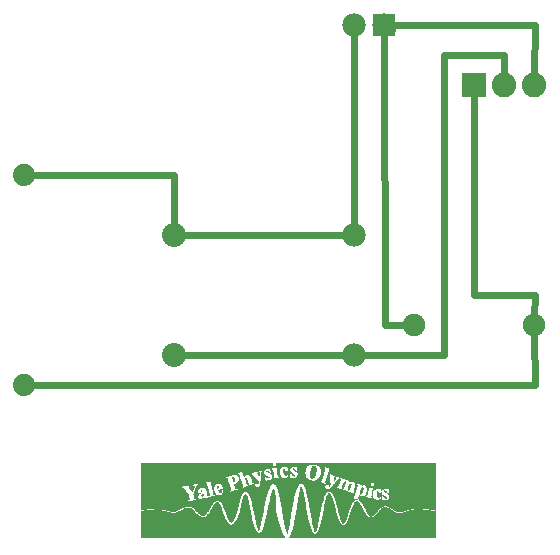
<source format=gtl>
G04 MADE WITH FRITZING*
G04 WWW.FRITZING.ORG*
G04 DOUBLE SIDED*
G04 HOLES PLATED*
G04 CONTOUR ON CENTER OF CONTOUR VECTOR*
%ASAXBY*%
%FSLAX23Y23*%
%MOIN*%
%OFA0B0*%
%SFA1.0B1.0*%
%ADD10C,0.078000*%
%ADD11C,0.074000*%
%ADD12C,0.080000*%
%ADD13C,0.075000*%
%ADD14C,0.082000*%
%ADD15R,0.078000X0.078000*%
%ADD16R,0.082000X0.082000*%
%ADD17C,0.024000*%
%LNCOPPER1*%
G90*
G70*
G54D10*
X1292Y1897D03*
X1192Y1897D03*
G54D11*
X92Y697D03*
X92Y1397D03*
X92Y697D03*
X92Y1397D03*
G54D12*
X592Y1197D03*
X592Y797D03*
G54D10*
X1192Y797D03*
X1192Y1197D03*
X1192Y797D03*
X1192Y1197D03*
G54D13*
X1392Y897D03*
X1792Y897D03*
G54D14*
X1592Y1697D03*
X1692Y1697D03*
X1792Y1697D03*
G54D15*
X1292Y1897D03*
G54D16*
X1592Y1697D03*
G54D17*
X1192Y1867D02*
X1192Y1795D01*
D02*
X1192Y1795D02*
X1192Y1228D01*
D02*
X1161Y1197D02*
X623Y1197D01*
D02*
X592Y1228D02*
X592Y1396D01*
D02*
X592Y1396D02*
X123Y1397D01*
D02*
X1161Y797D02*
X623Y797D01*
D02*
X1293Y897D02*
X1363Y897D01*
D02*
X1292Y1867D02*
X1293Y897D01*
D02*
X1591Y997D02*
X1592Y1665D01*
D02*
X1793Y997D02*
X1591Y997D01*
D02*
X1792Y926D02*
X1793Y997D01*
D02*
X1692Y1795D02*
X1491Y1795D01*
D02*
X1491Y796D02*
X1223Y797D01*
D02*
X1692Y1729D02*
X1692Y1795D01*
D02*
X1491Y1795D02*
X1491Y796D01*
D02*
X1293Y1896D02*
X1491Y1896D01*
D02*
X1793Y1896D02*
X1792Y1729D01*
D02*
X1317Y1880D02*
X1293Y1896D01*
D02*
X1491Y1896D02*
X1793Y1896D01*
D02*
X123Y697D02*
X1793Y695D01*
D02*
X1793Y695D02*
X1792Y868D01*
G36*
X1054Y427D02*
X1054Y425D01*
X1052Y425D01*
X1052Y424D01*
X1051Y424D01*
X1051Y422D01*
X1049Y422D01*
X1049Y419D01*
X1047Y419D01*
X1047Y416D01*
X1046Y416D01*
X1046Y411D01*
X1044Y411D01*
X1044Y407D01*
X1043Y407D01*
X1043Y388D01*
X1044Y388D01*
X1044Y387D01*
X1046Y387D01*
X1046Y385D01*
X1047Y385D01*
X1047Y384D01*
X1055Y384D01*
X1055Y385D01*
X1058Y385D01*
X1058Y388D01*
X1060Y388D01*
X1060Y390D01*
X1061Y390D01*
X1061Y394D01*
X1063Y394D01*
X1063Y399D01*
X1064Y399D01*
X1064Y405D01*
X1066Y405D01*
X1066Y421D01*
X1064Y421D01*
X1064Y424D01*
X1063Y424D01*
X1063Y425D01*
X1060Y425D01*
X1060Y427D01*
X1054Y427D01*
G37*
D02*
G36*
X784Y391D02*
X784Y390D01*
X783Y390D01*
X783Y387D01*
X784Y387D01*
X784Y382D01*
X786Y382D01*
X786Y377D01*
X787Y377D01*
X787Y373D01*
X789Y373D01*
X789Y371D01*
X790Y371D01*
X790Y373D01*
X792Y373D01*
X792Y374D01*
X793Y374D01*
X793Y376D01*
X795Y376D01*
X795Y382D01*
X793Y382D01*
X793Y385D01*
X792Y385D01*
X792Y388D01*
X790Y388D01*
X790Y390D01*
X787Y390D01*
X787Y391D01*
X784Y391D01*
G37*
D02*
G36*
X829Y388D02*
X829Y387D01*
X827Y387D01*
X827Y384D01*
X826Y384D01*
X826Y382D01*
X827Y382D01*
X827Y379D01*
X829Y379D01*
X829Y374D01*
X830Y374D01*
X830Y370D01*
X832Y370D01*
X832Y367D01*
X833Y367D01*
X833Y364D01*
X836Y364D01*
X836Y362D01*
X838Y362D01*
X838Y364D01*
X840Y364D01*
X840Y371D01*
X838Y371D01*
X838Y374D01*
X836Y374D01*
X836Y379D01*
X835Y379D01*
X835Y384D01*
X833Y384D01*
X833Y387D01*
X832Y387D01*
X832Y388D01*
X829Y388D01*
G37*
D02*
G36*
X735Y361D02*
X735Y351D01*
X736Y351D01*
X736Y353D01*
X741Y353D01*
X741Y354D01*
X739Y354D01*
X739Y359D01*
X738Y359D01*
X738Y361D01*
X735Y361D01*
G37*
D02*
G36*
X1014Y357D02*
X1014Y356D01*
X1012Y356D01*
X1012Y351D01*
X1010Y351D01*
X1010Y345D01*
X1009Y345D01*
X1009Y339D01*
X1007Y339D01*
X1007Y333D01*
X1006Y333D01*
X1006Y324D01*
X1004Y324D01*
X1004Y313D01*
X1003Y313D01*
X1003Y302D01*
X1001Y302D01*
X1001Y291D01*
X1000Y291D01*
X1000Y280D01*
X998Y280D01*
X998Y271D01*
X997Y271D01*
X997Y262D01*
X995Y262D01*
X995Y253D01*
X994Y253D01*
X994Y247D01*
X992Y247D01*
X992Y239D01*
X990Y239D01*
X990Y233D01*
X989Y233D01*
X989Y225D01*
X987Y225D01*
X987Y220D01*
X986Y220D01*
X986Y214D01*
X984Y214D01*
X984Y210D01*
X983Y210D01*
X983Y205D01*
X981Y205D01*
X981Y202D01*
X980Y202D01*
X980Y200D01*
X1058Y200D01*
X1058Y202D01*
X1055Y202D01*
X1055Y203D01*
X1054Y203D01*
X1054Y206D01*
X1052Y206D01*
X1052Y210D01*
X1051Y210D01*
X1051Y213D01*
X1049Y213D01*
X1049Y216D01*
X1047Y216D01*
X1047Y220D01*
X1046Y220D01*
X1046Y225D01*
X1044Y225D01*
X1044Y230D01*
X1043Y230D01*
X1043Y236D01*
X1041Y236D01*
X1041Y242D01*
X1040Y242D01*
X1040Y248D01*
X1038Y248D01*
X1038Y256D01*
X1037Y256D01*
X1037Y263D01*
X1035Y263D01*
X1035Y271D01*
X1034Y271D01*
X1034Y280D01*
X1032Y280D01*
X1032Y290D01*
X1031Y290D01*
X1031Y299D01*
X1029Y299D01*
X1029Y308D01*
X1027Y308D01*
X1027Y316D01*
X1026Y316D01*
X1026Y324D01*
X1024Y324D01*
X1024Y331D01*
X1023Y331D01*
X1023Y339D01*
X1021Y339D01*
X1021Y345D01*
X1020Y345D01*
X1020Y351D01*
X1018Y351D01*
X1018Y356D01*
X1017Y356D01*
X1017Y357D01*
X1014Y357D01*
G37*
D02*
G36*
X1106Y337D02*
X1106Y336D01*
X1104Y336D01*
X1104Y334D01*
X1103Y334D01*
X1103Y331D01*
X1101Y331D01*
X1101Y328D01*
X1100Y328D01*
X1100Y325D01*
X1098Y325D01*
X1098Y319D01*
X1097Y319D01*
X1097Y314D01*
X1095Y314D01*
X1095Y307D01*
X1094Y307D01*
X1094Y300D01*
X1092Y300D01*
X1092Y293D01*
X1091Y293D01*
X1091Y283D01*
X1089Y283D01*
X1089Y276D01*
X1088Y276D01*
X1088Y268D01*
X1086Y268D01*
X1086Y260D01*
X1084Y260D01*
X1084Y253D01*
X1083Y253D01*
X1083Y245D01*
X1081Y245D01*
X1081Y239D01*
X1080Y239D01*
X1080Y233D01*
X1078Y233D01*
X1078Y230D01*
X1152Y230D01*
X1152Y231D01*
X1149Y231D01*
X1149Y233D01*
X1148Y233D01*
X1148Y234D01*
X1146Y234D01*
X1146Y237D01*
X1145Y237D01*
X1145Y239D01*
X1143Y239D01*
X1143Y242D01*
X1141Y242D01*
X1141Y247D01*
X1140Y247D01*
X1140Y250D01*
X1138Y250D01*
X1138Y254D01*
X1137Y254D01*
X1137Y259D01*
X1135Y259D01*
X1135Y263D01*
X1134Y263D01*
X1134Y270D01*
X1132Y270D01*
X1132Y274D01*
X1131Y274D01*
X1131Y280D01*
X1129Y280D01*
X1129Y287D01*
X1128Y287D01*
X1128Y293D01*
X1126Y293D01*
X1126Y299D01*
X1124Y299D01*
X1124Y305D01*
X1123Y305D01*
X1123Y311D01*
X1121Y311D01*
X1121Y316D01*
X1120Y316D01*
X1120Y320D01*
X1118Y320D01*
X1118Y325D01*
X1117Y325D01*
X1117Y328D01*
X1115Y328D01*
X1115Y331D01*
X1114Y331D01*
X1114Y334D01*
X1112Y334D01*
X1112Y336D01*
X1109Y336D01*
X1109Y337D01*
X1106Y337D01*
G37*
D02*
G36*
X1197Y310D02*
X1197Y308D01*
X1194Y308D01*
X1194Y305D01*
X1192Y305D01*
X1192Y304D01*
X1191Y304D01*
X1191Y300D01*
X1189Y300D01*
X1189Y297D01*
X1188Y297D01*
X1188Y294D01*
X1186Y294D01*
X1186Y291D01*
X1185Y291D01*
X1185Y287D01*
X1183Y287D01*
X1183Y282D01*
X1181Y282D01*
X1181Y277D01*
X1180Y277D01*
X1180Y273D01*
X1178Y273D01*
X1178Y268D01*
X1177Y268D01*
X1177Y263D01*
X1175Y263D01*
X1175Y259D01*
X1174Y259D01*
X1174Y256D01*
X1242Y256D01*
X1242Y257D01*
X1238Y257D01*
X1238Y259D01*
X1237Y259D01*
X1237Y260D01*
X1235Y260D01*
X1235Y262D01*
X1234Y262D01*
X1234Y263D01*
X1232Y263D01*
X1232Y265D01*
X1231Y265D01*
X1231Y268D01*
X1229Y268D01*
X1229Y270D01*
X1228Y270D01*
X1228Y273D01*
X1226Y273D01*
X1226Y274D01*
X1225Y274D01*
X1225Y277D01*
X1223Y277D01*
X1223Y280D01*
X1222Y280D01*
X1222Y283D01*
X1220Y283D01*
X1220Y287D01*
X1218Y287D01*
X1218Y290D01*
X1217Y290D01*
X1217Y293D01*
X1215Y293D01*
X1215Y294D01*
X1214Y294D01*
X1214Y297D01*
X1212Y297D01*
X1212Y300D01*
X1211Y300D01*
X1211Y302D01*
X1209Y302D01*
X1209Y304D01*
X1208Y304D01*
X1208Y305D01*
X1206Y305D01*
X1206Y307D01*
X1205Y307D01*
X1205Y308D01*
X1203Y308D01*
X1203Y310D01*
X1197Y310D01*
G37*
D02*
G36*
X1288Y290D02*
X1288Y288D01*
X1286Y288D01*
X1286Y287D01*
X1283Y287D01*
X1283Y285D01*
X1282Y285D01*
X1282Y283D01*
X1280Y283D01*
X1280Y282D01*
X1279Y282D01*
X1279Y280D01*
X1277Y280D01*
X1277Y279D01*
X1275Y279D01*
X1275Y277D01*
X1274Y277D01*
X1274Y274D01*
X1272Y274D01*
X1272Y273D01*
X1271Y273D01*
X1271Y271D01*
X1332Y271D01*
X1332Y273D01*
X1328Y273D01*
X1328Y274D01*
X1325Y274D01*
X1325Y276D01*
X1322Y276D01*
X1322Y277D01*
X1320Y277D01*
X1320Y279D01*
X1317Y279D01*
X1317Y280D01*
X1315Y280D01*
X1315Y282D01*
X1312Y282D01*
X1312Y283D01*
X1311Y283D01*
X1311Y285D01*
X1308Y285D01*
X1308Y287D01*
X1305Y287D01*
X1305Y288D01*
X1302Y288D01*
X1302Y290D01*
X1288Y290D01*
G37*
D02*
G36*
X1374Y279D02*
X1374Y277D01*
X1369Y277D01*
X1369Y276D01*
X1365Y276D01*
X1365Y274D01*
X1360Y274D01*
X1360Y273D01*
X1354Y273D01*
X1354Y271D01*
X1463Y271D01*
X1463Y276D01*
X1456Y276D01*
X1456Y277D01*
X1446Y277D01*
X1446Y279D01*
X1374Y279D01*
G37*
D02*
G36*
X1269Y271D02*
X1269Y270D01*
X1463Y270D01*
X1463Y271D01*
X1269Y271D01*
G37*
D02*
G36*
X1269Y271D02*
X1269Y270D01*
X1463Y270D01*
X1463Y271D01*
X1269Y271D01*
G37*
D02*
G36*
X1268Y270D02*
X1268Y267D01*
X1266Y267D01*
X1266Y265D01*
X1265Y265D01*
X1265Y263D01*
X1263Y263D01*
X1263Y262D01*
X1262Y262D01*
X1262Y260D01*
X1260Y260D01*
X1260Y259D01*
X1257Y259D01*
X1257Y257D01*
X1254Y257D01*
X1254Y256D01*
X1463Y256D01*
X1463Y270D01*
X1268Y270D01*
G37*
D02*
G36*
X1174Y256D02*
X1174Y254D01*
X1463Y254D01*
X1463Y256D01*
X1174Y256D01*
G37*
D02*
G36*
X1174Y256D02*
X1174Y254D01*
X1463Y254D01*
X1463Y256D01*
X1174Y256D01*
G37*
D02*
G36*
X1172Y254D02*
X1172Y250D01*
X1171Y250D01*
X1171Y247D01*
X1169Y247D01*
X1169Y243D01*
X1168Y243D01*
X1168Y240D01*
X1166Y240D01*
X1166Y237D01*
X1165Y237D01*
X1165Y234D01*
X1163Y234D01*
X1163Y233D01*
X1161Y233D01*
X1161Y231D01*
X1158Y231D01*
X1158Y230D01*
X1463Y230D01*
X1463Y254D01*
X1172Y254D01*
G37*
D02*
G36*
X1078Y230D02*
X1078Y228D01*
X1463Y228D01*
X1463Y230D01*
X1078Y230D01*
G37*
D02*
G36*
X1078Y230D02*
X1078Y228D01*
X1463Y228D01*
X1463Y230D01*
X1078Y230D01*
G37*
D02*
G36*
X1077Y228D02*
X1077Y222D01*
X1075Y222D01*
X1075Y217D01*
X1074Y217D01*
X1074Y214D01*
X1072Y214D01*
X1072Y211D01*
X1071Y211D01*
X1071Y208D01*
X1069Y208D01*
X1069Y205D01*
X1067Y205D01*
X1067Y203D01*
X1066Y203D01*
X1066Y202D01*
X1063Y202D01*
X1063Y200D01*
X1463Y200D01*
X1463Y228D01*
X1077Y228D01*
G37*
D02*
G36*
X980Y200D02*
X980Y199D01*
X1463Y199D01*
X1463Y200D01*
X980Y200D01*
G37*
D02*
G36*
X980Y200D02*
X980Y199D01*
X1463Y199D01*
X1463Y200D01*
X980Y200D01*
G37*
D02*
G36*
X980Y199D02*
X980Y197D01*
X978Y197D01*
X978Y194D01*
X977Y194D01*
X977Y191D01*
X975Y191D01*
X975Y190D01*
X974Y190D01*
X974Y188D01*
X972Y188D01*
X972Y186D01*
X1463Y186D01*
X1463Y199D01*
X980Y199D01*
G37*
D02*
G36*
X1217Y356D02*
X1217Y354D01*
X1215Y354D01*
X1215Y353D01*
X1214Y353D01*
X1214Y348D01*
X1212Y348D01*
X1212Y342D01*
X1211Y342D01*
X1211Y337D01*
X1209Y337D01*
X1209Y336D01*
X1211Y336D01*
X1211Y333D01*
X1212Y333D01*
X1212Y331D01*
X1215Y331D01*
X1215Y333D01*
X1217Y333D01*
X1217Y334D01*
X1218Y334D01*
X1218Y337D01*
X1220Y337D01*
X1220Y342D01*
X1222Y342D01*
X1222Y348D01*
X1223Y348D01*
X1223Y354D01*
X1222Y354D01*
X1222Y356D01*
X1217Y356D01*
G37*
D02*
G36*
X685Y334D02*
X685Y333D01*
X684Y333D01*
X684Y330D01*
X682Y330D01*
X682Y327D01*
X684Y327D01*
X684Y324D01*
X687Y324D01*
X687Y325D01*
X689Y325D01*
X689Y333D01*
X687Y333D01*
X687Y334D01*
X685Y334D01*
G37*
D02*
G36*
X481Y438D02*
X481Y425D01*
X923Y425D01*
X923Y427D01*
X920Y427D01*
X920Y436D01*
X921Y436D01*
X921Y438D01*
X481Y438D01*
G37*
D02*
G36*
X929Y438D02*
X929Y436D01*
X930Y436D01*
X930Y431D01*
X1063Y431D01*
X1063Y430D01*
X1067Y430D01*
X1067Y428D01*
X1071Y428D01*
X1071Y427D01*
X1072Y427D01*
X1072Y425D01*
X1074Y425D01*
X1074Y424D01*
X1075Y424D01*
X1075Y422D01*
X1097Y422D01*
X1097Y421D01*
X1101Y421D01*
X1101Y419D01*
X1106Y419D01*
X1106Y417D01*
X1108Y417D01*
X1108Y411D01*
X1106Y411D01*
X1106Y407D01*
X1104Y407D01*
X1104Y401D01*
X1103Y401D01*
X1103Y399D01*
X1114Y399D01*
X1114Y397D01*
X1117Y397D01*
X1117Y396D01*
X1121Y396D01*
X1121Y394D01*
X1126Y394D01*
X1126Y393D01*
X1128Y393D01*
X1128Y391D01*
X1135Y391D01*
X1135Y390D01*
X1140Y390D01*
X1140Y388D01*
X1143Y388D01*
X1143Y387D01*
X1148Y387D01*
X1148Y385D01*
X1152Y385D01*
X1152Y384D01*
X1157Y384D01*
X1157Y382D01*
X1160Y382D01*
X1160Y381D01*
X1169Y381D01*
X1169Y379D01*
X1172Y379D01*
X1172Y377D01*
X1174Y377D01*
X1174Y376D01*
X1175Y376D01*
X1175Y374D01*
X1188Y374D01*
X1188Y373D01*
X1191Y373D01*
X1191Y371D01*
X1255Y371D01*
X1255Y370D01*
X1257Y370D01*
X1257Y361D01*
X1255Y361D01*
X1255Y359D01*
X1463Y359D01*
X1463Y438D01*
X929Y438D01*
G37*
D02*
G36*
X930Y431D02*
X930Y427D01*
X927Y427D01*
X927Y425D01*
X1037Y425D01*
X1037Y427D01*
X1040Y427D01*
X1040Y428D01*
X1041Y428D01*
X1041Y430D01*
X1044Y430D01*
X1044Y431D01*
X930Y431D01*
G37*
D02*
G36*
X481Y425D02*
X481Y424D01*
X1035Y424D01*
X1035Y425D01*
X481Y425D01*
G37*
D02*
G36*
X481Y425D02*
X481Y424D01*
X1035Y424D01*
X1035Y425D01*
X481Y425D01*
G37*
D02*
G36*
X481Y424D02*
X481Y421D01*
X933Y421D01*
X933Y410D01*
X935Y410D01*
X935Y397D01*
X937Y397D01*
X937Y391D01*
X938Y391D01*
X938Y390D01*
X940Y390D01*
X940Y387D01*
X953Y387D01*
X953Y388D01*
X950Y388D01*
X950Y390D01*
X949Y390D01*
X949Y391D01*
X947Y391D01*
X947Y393D01*
X946Y393D01*
X946Y396D01*
X944Y396D01*
X944Y399D01*
X943Y399D01*
X943Y411D01*
X944Y411D01*
X944Y416D01*
X946Y416D01*
X946Y417D01*
X947Y417D01*
X947Y421D01*
X950Y421D01*
X950Y422D01*
X953Y422D01*
X953Y424D01*
X481Y424D01*
G37*
D02*
G36*
X964Y424D02*
X964Y422D01*
X967Y422D01*
X967Y421D01*
X969Y421D01*
X969Y416D01*
X970Y416D01*
X970Y414D01*
X969Y414D01*
X969Y411D01*
X967Y411D01*
X967Y410D01*
X978Y410D01*
X978Y416D01*
X980Y416D01*
X980Y419D01*
X981Y419D01*
X981Y421D01*
X983Y421D01*
X983Y422D01*
X984Y422D01*
X984Y424D01*
X964Y424D01*
G37*
D02*
G36*
X995Y424D02*
X995Y422D01*
X998Y422D01*
X998Y424D01*
X995Y424D01*
G37*
D02*
G36*
X1001Y424D02*
X1001Y410D01*
X1029Y410D01*
X1029Y414D01*
X1031Y414D01*
X1031Y417D01*
X1032Y417D01*
X1032Y421D01*
X1034Y421D01*
X1034Y424D01*
X1001Y424D01*
G37*
D02*
G36*
X1077Y422D02*
X1077Y419D01*
X1078Y419D01*
X1078Y416D01*
X1080Y416D01*
X1080Y407D01*
X1081Y407D01*
X1081Y404D01*
X1080Y404D01*
X1080Y396D01*
X1078Y396D01*
X1078Y393D01*
X1077Y393D01*
X1077Y390D01*
X1075Y390D01*
X1075Y387D01*
X1074Y387D01*
X1074Y385D01*
X1072Y385D01*
X1072Y384D01*
X1071Y384D01*
X1071Y382D01*
X1067Y382D01*
X1067Y381D01*
X1064Y381D01*
X1064Y379D01*
X1060Y379D01*
X1060Y377D01*
X1083Y377D01*
X1083Y379D01*
X1084Y379D01*
X1084Y384D01*
X1086Y384D01*
X1086Y390D01*
X1088Y390D01*
X1088Y394D01*
X1089Y394D01*
X1089Y399D01*
X1091Y399D01*
X1091Y404D01*
X1092Y404D01*
X1092Y408D01*
X1094Y408D01*
X1094Y414D01*
X1095Y414D01*
X1095Y417D01*
X1094Y417D01*
X1094Y422D01*
X1077Y422D01*
G37*
D02*
G36*
X481Y421D02*
X481Y417D01*
X912Y417D01*
X912Y411D01*
X913Y411D01*
X913Y404D01*
X923Y404D01*
X923Y408D01*
X921Y408D01*
X921Y414D01*
X918Y414D01*
X918Y419D01*
X930Y419D01*
X930Y421D01*
X481Y421D01*
G37*
D02*
G36*
X957Y419D02*
X957Y417D01*
X955Y417D01*
X955Y410D01*
X963Y410D01*
X963Y411D01*
X961Y411D01*
X961Y413D01*
X960Y413D01*
X960Y417D01*
X958Y417D01*
X958Y419D01*
X957Y419D01*
G37*
D02*
G36*
X987Y419D02*
X987Y417D01*
X986Y417D01*
X986Y416D01*
X987Y416D01*
X987Y414D01*
X989Y414D01*
X989Y413D01*
X992Y413D01*
X992Y411D01*
X994Y411D01*
X994Y410D01*
X998Y410D01*
X998Y411D01*
X997Y411D01*
X997Y414D01*
X995Y414D01*
X995Y416D01*
X994Y416D01*
X994Y417D01*
X992Y417D01*
X992Y419D01*
X987Y419D01*
G37*
D02*
G36*
X481Y417D02*
X481Y411D01*
X884Y411D01*
X884Y408D01*
X883Y408D01*
X883Y407D01*
X881Y407D01*
X881Y394D01*
X880Y394D01*
X880Y391D01*
X897Y391D01*
X897Y390D01*
X898Y390D01*
X898Y388D01*
X900Y388D01*
X900Y387D01*
X903Y387D01*
X903Y385D01*
X910Y385D01*
X910Y387D01*
X912Y387D01*
X912Y388D01*
X910Y388D01*
X910Y390D01*
X909Y390D01*
X909Y391D01*
X904Y391D01*
X904Y393D01*
X901Y393D01*
X901Y394D01*
X898Y394D01*
X898Y396D01*
X895Y396D01*
X895Y397D01*
X893Y397D01*
X893Y399D01*
X892Y399D01*
X892Y402D01*
X890Y402D01*
X890Y408D01*
X892Y408D01*
X892Y411D01*
X893Y411D01*
X893Y413D01*
X895Y413D01*
X895Y414D01*
X898Y414D01*
X898Y416D01*
X907Y416D01*
X907Y417D01*
X481Y417D01*
G37*
D02*
G36*
X481Y411D02*
X481Y407D01*
X869Y407D01*
X869Y404D01*
X867Y404D01*
X867Y401D01*
X869Y401D01*
X869Y397D01*
X870Y397D01*
X870Y396D01*
X872Y396D01*
X872Y394D01*
X873Y394D01*
X873Y393D01*
X876Y393D01*
X876Y405D01*
X872Y405D01*
X872Y408D01*
X873Y408D01*
X873Y410D01*
X880Y410D01*
X880Y411D01*
X481Y411D01*
G37*
D02*
G36*
X900Y411D02*
X900Y410D01*
X898Y410D01*
X898Y407D01*
X901Y407D01*
X901Y405D01*
X904Y405D01*
X904Y404D01*
X910Y404D01*
X910Y405D01*
X909Y405D01*
X909Y408D01*
X906Y408D01*
X906Y410D01*
X904Y410D01*
X904Y411D01*
X900Y411D01*
G37*
D02*
G36*
X955Y410D02*
X955Y408D01*
X980Y408D01*
X980Y410D01*
X955Y410D01*
G37*
D02*
G36*
X955Y410D02*
X955Y408D01*
X980Y408D01*
X980Y410D01*
X955Y410D01*
G37*
D02*
G36*
X995Y410D02*
X995Y408D01*
X1029Y408D01*
X1029Y410D01*
X995Y410D01*
G37*
D02*
G36*
X995Y410D02*
X995Y408D01*
X1029Y408D01*
X1029Y410D01*
X995Y410D01*
G37*
D02*
G36*
X955Y408D02*
X955Y404D01*
X957Y404D01*
X957Y401D01*
X981Y401D01*
X981Y399D01*
X983Y399D01*
X983Y396D01*
X984Y396D01*
X984Y394D01*
X986Y394D01*
X986Y393D01*
X989Y393D01*
X989Y391D01*
X994Y391D01*
X994Y397D01*
X990Y397D01*
X990Y399D01*
X989Y399D01*
X989Y401D01*
X987Y401D01*
X987Y402D01*
X984Y402D01*
X984Y404D01*
X983Y404D01*
X983Y405D01*
X981Y405D01*
X981Y407D01*
X980Y407D01*
X980Y408D01*
X955Y408D01*
G37*
D02*
G36*
X998Y408D02*
X998Y407D01*
X1000Y407D01*
X1000Y405D01*
X1001Y405D01*
X1001Y402D01*
X1003Y402D01*
X1003Y396D01*
X1001Y396D01*
X1001Y391D01*
X1000Y391D01*
X1000Y390D01*
X998Y390D01*
X998Y388D01*
X995Y388D01*
X995Y387D01*
X1034Y387D01*
X1034Y388D01*
X1032Y388D01*
X1032Y391D01*
X1031Y391D01*
X1031Y394D01*
X1029Y394D01*
X1029Y401D01*
X1027Y401D01*
X1027Y407D01*
X1029Y407D01*
X1029Y408D01*
X998Y408D01*
G37*
D02*
G36*
X481Y407D02*
X481Y397D01*
X798Y397D01*
X798Y396D01*
X801Y396D01*
X801Y394D01*
X804Y394D01*
X804Y391D01*
X806Y391D01*
X806Y390D01*
X807Y390D01*
X807Y377D01*
X806Y377D01*
X806Y376D01*
X804Y376D01*
X804Y373D01*
X801Y373D01*
X801Y371D01*
X799Y371D01*
X799Y370D01*
X796Y370D01*
X796Y368D01*
X792Y368D01*
X792Y367D01*
X790Y367D01*
X790Y364D01*
X792Y364D01*
X792Y359D01*
X793Y359D01*
X793Y354D01*
X819Y354D01*
X819Y357D01*
X821Y357D01*
X821Y364D01*
X819Y364D01*
X819Y367D01*
X818Y367D01*
X818Y371D01*
X816Y371D01*
X816Y376D01*
X815Y376D01*
X815Y379D01*
X813Y379D01*
X813Y384D01*
X812Y384D01*
X812Y388D01*
X810Y388D01*
X810Y391D01*
X809Y391D01*
X809Y396D01*
X807Y396D01*
X807Y399D01*
X804Y399D01*
X804Y401D01*
X803Y401D01*
X803Y402D01*
X806Y402D01*
X806Y404D01*
X810Y404D01*
X810Y405D01*
X815Y405D01*
X815Y407D01*
X481Y407D01*
G37*
D02*
G36*
X818Y407D02*
X818Y404D01*
X819Y404D01*
X819Y399D01*
X821Y399D01*
X821Y396D01*
X841Y396D01*
X841Y394D01*
X843Y394D01*
X843Y393D01*
X844Y393D01*
X844Y390D01*
X846Y390D01*
X846Y387D01*
X847Y387D01*
X847Y382D01*
X849Y382D01*
X849Y377D01*
X850Y377D01*
X850Y374D01*
X852Y374D01*
X852Y371D01*
X853Y371D01*
X853Y370D01*
X856Y370D01*
X856Y368D01*
X870Y368D01*
X870Y365D01*
X873Y365D01*
X873Y376D01*
X872Y376D01*
X872Y377D01*
X870Y377D01*
X870Y379D01*
X869Y379D01*
X869Y381D01*
X867Y381D01*
X867Y382D01*
X866Y382D01*
X866Y384D01*
X864Y384D01*
X864Y387D01*
X863Y387D01*
X863Y388D01*
X861Y388D01*
X861Y390D01*
X860Y390D01*
X860Y391D01*
X858Y391D01*
X858Y393D01*
X856Y393D01*
X856Y394D01*
X855Y394D01*
X855Y396D01*
X853Y396D01*
X853Y397D01*
X852Y397D01*
X852Y399D01*
X849Y399D01*
X849Y402D01*
X853Y402D01*
X853Y404D01*
X858Y404D01*
X858Y405D01*
X864Y405D01*
X864Y407D01*
X818Y407D01*
G37*
D02*
G36*
X907Y404D02*
X907Y402D01*
X923Y402D01*
X923Y404D01*
X907Y404D01*
G37*
D02*
G36*
X907Y404D02*
X907Y402D01*
X923Y402D01*
X923Y404D01*
X907Y404D01*
G37*
D02*
G36*
X912Y402D02*
X912Y401D01*
X913Y401D01*
X913Y399D01*
X915Y399D01*
X915Y397D01*
X917Y397D01*
X917Y396D01*
X918Y396D01*
X918Y387D01*
X917Y387D01*
X917Y385D01*
X921Y385D01*
X921Y388D01*
X924Y388D01*
X924Y396D01*
X923Y396D01*
X923Y402D01*
X912Y402D01*
G37*
D02*
G36*
X957Y401D02*
X957Y399D01*
X958Y399D01*
X958Y397D01*
X972Y397D01*
X972Y394D01*
X970Y394D01*
X970Y391D01*
X969Y391D01*
X969Y390D01*
X966Y390D01*
X966Y388D01*
X963Y388D01*
X963Y387D01*
X978Y387D01*
X978Y388D01*
X977Y388D01*
X977Y390D01*
X978Y390D01*
X978Y401D01*
X957Y401D01*
G37*
D02*
G36*
X1103Y399D02*
X1103Y396D01*
X1101Y396D01*
X1101Y391D01*
X1100Y391D01*
X1100Y387D01*
X1098Y387D01*
X1098Y382D01*
X1097Y382D01*
X1097Y376D01*
X1095Y376D01*
X1095Y371D01*
X1097Y371D01*
X1097Y368D01*
X1114Y368D01*
X1114Y371D01*
X1112Y371D01*
X1112Y388D01*
X1111Y388D01*
X1111Y394D01*
X1109Y394D01*
X1109Y396D01*
X1108Y396D01*
X1108Y397D01*
X1109Y397D01*
X1109Y399D01*
X1103Y399D01*
G37*
D02*
G36*
X481Y397D02*
X481Y385D01*
X763Y385D01*
X763Y387D01*
X761Y387D01*
X761Y388D01*
X763Y388D01*
X763Y390D01*
X769Y390D01*
X769Y391D01*
X773Y391D01*
X773Y393D01*
X778Y393D01*
X778Y394D01*
X783Y394D01*
X783Y396D01*
X787Y396D01*
X787Y397D01*
X481Y397D01*
G37*
D02*
G36*
X958Y397D02*
X958Y396D01*
X960Y396D01*
X960Y394D01*
X963Y394D01*
X963Y393D01*
X964Y393D01*
X964Y394D01*
X967Y394D01*
X967Y396D01*
X969Y396D01*
X969Y397D01*
X958Y397D01*
G37*
D02*
G36*
X821Y396D02*
X821Y394D01*
X823Y394D01*
X823Y391D01*
X824Y391D01*
X824Y390D01*
X826Y390D01*
X826Y393D01*
X827Y393D01*
X827Y394D01*
X830Y394D01*
X830Y396D01*
X821Y396D01*
G37*
D02*
G36*
X880Y391D02*
X880Y377D01*
X897Y377D01*
X897Y379D01*
X895Y379D01*
X895Y387D01*
X893Y387D01*
X893Y391D01*
X880Y391D01*
G37*
D02*
G36*
X1128Y391D02*
X1128Y390D01*
X1124Y390D01*
X1124Y376D01*
X1126Y376D01*
X1126Y377D01*
X1128Y377D01*
X1128Y379D01*
X1129Y379D01*
X1129Y382D01*
X1131Y382D01*
X1131Y384D01*
X1132Y384D01*
X1132Y385D01*
X1134Y385D01*
X1134Y387D01*
X1132Y387D01*
X1132Y388D01*
X1131Y388D01*
X1131Y391D01*
X1128Y391D01*
G37*
D02*
G36*
X980Y388D02*
X980Y387D01*
X986Y387D01*
X986Y388D01*
X980Y388D01*
G37*
D02*
G36*
X764Y387D02*
X764Y385D01*
X767Y385D01*
X767Y387D01*
X764Y387D01*
G37*
D02*
G36*
X933Y387D02*
X933Y385D01*
X1035Y385D01*
X1035Y387D01*
X933Y387D01*
G37*
D02*
G36*
X933Y387D02*
X933Y385D01*
X1035Y385D01*
X1035Y387D01*
X933Y387D01*
G37*
D02*
G36*
X933Y387D02*
X933Y385D01*
X1035Y385D01*
X1035Y387D01*
X933Y387D01*
G37*
D02*
G36*
X933Y387D02*
X933Y385D01*
X1035Y385D01*
X1035Y387D01*
X933Y387D01*
G37*
D02*
G36*
X1143Y387D02*
X1143Y385D01*
X1140Y385D01*
X1140Y384D01*
X1138Y384D01*
X1138Y382D01*
X1137Y382D01*
X1137Y381D01*
X1135Y381D01*
X1135Y379D01*
X1134Y379D01*
X1134Y377D01*
X1132Y377D01*
X1132Y376D01*
X1131Y376D01*
X1131Y374D01*
X1129Y374D01*
X1129Y373D01*
X1128Y373D01*
X1128Y370D01*
X1126Y370D01*
X1126Y368D01*
X1124Y368D01*
X1124Y367D01*
X1123Y367D01*
X1123Y365D01*
X1121Y365D01*
X1121Y364D01*
X1120Y364D01*
X1120Y361D01*
X1118Y361D01*
X1118Y359D01*
X1117Y359D01*
X1117Y357D01*
X1115Y357D01*
X1115Y356D01*
X1114Y356D01*
X1114Y354D01*
X1112Y354D01*
X1112Y353D01*
X1111Y353D01*
X1111Y351D01*
X1108Y351D01*
X1108Y350D01*
X1145Y350D01*
X1145Y351D01*
X1141Y351D01*
X1141Y353D01*
X1137Y353D01*
X1137Y354D01*
X1135Y354D01*
X1135Y357D01*
X1138Y357D01*
X1138Y361D01*
X1140Y361D01*
X1140Y365D01*
X1141Y365D01*
X1141Y368D01*
X1143Y368D01*
X1143Y373D01*
X1145Y373D01*
X1145Y377D01*
X1146Y377D01*
X1146Y382D01*
X1145Y382D01*
X1145Y387D01*
X1143Y387D01*
G37*
D02*
G36*
X481Y385D02*
X481Y384D01*
X769Y384D01*
X769Y385D01*
X481Y385D01*
G37*
D02*
G36*
X481Y385D02*
X481Y384D01*
X769Y384D01*
X769Y385D01*
X481Y385D01*
G37*
D02*
G36*
X917Y385D02*
X917Y384D01*
X1037Y384D01*
X1037Y385D01*
X917Y385D01*
G37*
D02*
G36*
X917Y385D02*
X917Y384D01*
X1037Y384D01*
X1037Y385D01*
X917Y385D01*
G37*
D02*
G36*
X481Y384D02*
X481Y376D01*
X712Y376D01*
X712Y374D01*
X713Y374D01*
X713Y367D01*
X742Y367D01*
X742Y365D01*
X746Y365D01*
X746Y364D01*
X747Y364D01*
X747Y362D01*
X749Y362D01*
X749Y361D01*
X750Y361D01*
X750Y359D01*
X752Y359D01*
X752Y356D01*
X753Y356D01*
X753Y351D01*
X750Y351D01*
X750Y350D01*
X744Y350D01*
X744Y348D01*
X738Y348D01*
X738Y347D01*
X736Y347D01*
X736Y345D01*
X755Y345D01*
X755Y344D01*
X756Y344D01*
X756Y342D01*
X755Y342D01*
X755Y340D01*
X776Y340D01*
X776Y344D01*
X779Y344D01*
X779Y345D01*
X781Y345D01*
X781Y351D01*
X779Y351D01*
X779Y356D01*
X778Y356D01*
X778Y361D01*
X776Y361D01*
X776Y365D01*
X775Y365D01*
X775Y370D01*
X773Y370D01*
X773Y374D01*
X772Y374D01*
X772Y379D01*
X770Y379D01*
X770Y384D01*
X481Y384D01*
G37*
D02*
G36*
X915Y384D02*
X915Y382D01*
X913Y382D01*
X913Y381D01*
X909Y381D01*
X909Y379D01*
X900Y379D01*
X900Y377D01*
X1051Y377D01*
X1051Y379D01*
X1044Y379D01*
X1044Y381D01*
X1041Y381D01*
X1041Y382D01*
X1038Y382D01*
X1038Y384D01*
X915Y384D01*
G37*
D02*
G36*
X880Y377D02*
X880Y376D01*
X1083Y376D01*
X1083Y377D01*
X880Y377D01*
G37*
D02*
G36*
X880Y377D02*
X880Y376D01*
X1083Y376D01*
X1083Y377D01*
X880Y377D01*
G37*
D02*
G36*
X880Y377D02*
X880Y376D01*
X1083Y376D01*
X1083Y377D01*
X880Y377D01*
G37*
D02*
G36*
X481Y376D02*
X481Y367D01*
X670Y367D01*
X670Y362D01*
X667Y362D01*
X667Y361D01*
X665Y361D01*
X665Y357D01*
X664Y357D01*
X664Y354D01*
X690Y354D01*
X690Y353D01*
X695Y353D01*
X695Y351D01*
X696Y351D01*
X696Y348D01*
X698Y348D01*
X698Y342D01*
X699Y342D01*
X699Y334D01*
X701Y334D01*
X701Y328D01*
X702Y328D01*
X702Y327D01*
X709Y327D01*
X709Y328D01*
X710Y328D01*
X710Y330D01*
X709Y330D01*
X709Y337D01*
X707Y337D01*
X707Y345D01*
X706Y345D01*
X706Y351D01*
X704Y351D01*
X704Y359D01*
X702Y359D01*
X702Y365D01*
X701Y365D01*
X701Y370D01*
X698Y370D01*
X698Y373D01*
X701Y373D01*
X701Y374D01*
X709Y374D01*
X709Y376D01*
X481Y376D01*
G37*
D02*
G36*
X878Y376D02*
X878Y365D01*
X923Y365D01*
X923Y364D01*
X926Y364D01*
X926Y362D01*
X929Y362D01*
X929Y361D01*
X930Y361D01*
X930Y359D01*
X932Y359D01*
X932Y356D01*
X933Y356D01*
X933Y353D01*
X935Y353D01*
X935Y350D01*
X937Y350D01*
X937Y344D01*
X938Y344D01*
X938Y337D01*
X940Y337D01*
X940Y331D01*
X941Y331D01*
X941Y324D01*
X943Y324D01*
X943Y316D01*
X944Y316D01*
X944Y308D01*
X946Y308D01*
X946Y300D01*
X947Y300D01*
X947Y291D01*
X949Y291D01*
X949Y283D01*
X950Y283D01*
X950Y274D01*
X952Y274D01*
X952Y265D01*
X953Y265D01*
X953Y256D01*
X955Y256D01*
X955Y247D01*
X957Y247D01*
X957Y239D01*
X958Y239D01*
X958Y231D01*
X960Y231D01*
X960Y223D01*
X961Y223D01*
X961Y216D01*
X963Y216D01*
X963Y210D01*
X964Y210D01*
X964Y205D01*
X966Y205D01*
X966Y200D01*
X967Y200D01*
X967Y199D01*
X969Y199D01*
X969Y200D01*
X970Y200D01*
X970Y205D01*
X972Y205D01*
X972Y213D01*
X974Y213D01*
X974Y220D01*
X975Y220D01*
X975Y228D01*
X977Y228D01*
X977Y239D01*
X978Y239D01*
X978Y250D01*
X980Y250D01*
X980Y262D01*
X981Y262D01*
X981Y273D01*
X983Y273D01*
X983Y282D01*
X984Y282D01*
X984Y290D01*
X986Y290D01*
X986Y299D01*
X987Y299D01*
X987Y307D01*
X989Y307D01*
X989Y313D01*
X990Y313D01*
X990Y319D01*
X992Y319D01*
X992Y325D01*
X994Y325D01*
X994Y331D01*
X995Y331D01*
X995Y336D01*
X997Y336D01*
X997Y340D01*
X998Y340D01*
X998Y345D01*
X1000Y345D01*
X1000Y350D01*
X1001Y350D01*
X1001Y353D01*
X1003Y353D01*
X1003Y356D01*
X1004Y356D01*
X1004Y359D01*
X1006Y359D01*
X1006Y362D01*
X1007Y362D01*
X1007Y365D01*
X1009Y365D01*
X1009Y367D01*
X1010Y367D01*
X1010Y368D01*
X1092Y368D01*
X1092Y370D01*
X1088Y370D01*
X1088Y371D01*
X1083Y371D01*
X1083Y373D01*
X1078Y373D01*
X1078Y374D01*
X1080Y374D01*
X1080Y376D01*
X878Y376D01*
G37*
D02*
G36*
X1160Y376D02*
X1160Y374D01*
X1157Y374D01*
X1157Y371D01*
X1155Y371D01*
X1155Y367D01*
X1154Y367D01*
X1154Y362D01*
X1152Y362D01*
X1152Y357D01*
X1151Y357D01*
X1151Y353D01*
X1152Y353D01*
X1152Y348D01*
X1154Y348D01*
X1154Y351D01*
X1157Y351D01*
X1157Y353D01*
X1158Y353D01*
X1158Y356D01*
X1160Y356D01*
X1160Y361D01*
X1161Y361D01*
X1161Y365D01*
X1163Y365D01*
X1163Y370D01*
X1165Y370D01*
X1165Y374D01*
X1163Y374D01*
X1163Y376D01*
X1160Y376D01*
G37*
D02*
G36*
X1175Y374D02*
X1175Y373D01*
X1181Y373D01*
X1181Y374D01*
X1175Y374D01*
G37*
D02*
G36*
X1194Y371D02*
X1194Y368D01*
X1195Y368D01*
X1195Y367D01*
X1206Y367D01*
X1206Y365D01*
X1211Y365D01*
X1211Y364D01*
X1215Y364D01*
X1215Y362D01*
X1226Y362D01*
X1226Y361D01*
X1229Y361D01*
X1229Y359D01*
X1248Y359D01*
X1248Y361D01*
X1246Y361D01*
X1246Y370D01*
X1248Y370D01*
X1248Y371D01*
X1194Y371D01*
G37*
D02*
G36*
X1180Y370D02*
X1180Y368D01*
X1177Y368D01*
X1177Y367D01*
X1175Y367D01*
X1175Y362D01*
X1174Y362D01*
X1174Y359D01*
X1172Y359D01*
X1172Y354D01*
X1171Y354D01*
X1171Y350D01*
X1169Y350D01*
X1169Y347D01*
X1171Y347D01*
X1171Y342D01*
X1172Y342D01*
X1172Y344D01*
X1175Y344D01*
X1175Y345D01*
X1177Y345D01*
X1177Y348D01*
X1178Y348D01*
X1178Y353D01*
X1180Y353D01*
X1180Y357D01*
X1181Y357D01*
X1181Y362D01*
X1183Y362D01*
X1183Y368D01*
X1181Y368D01*
X1181Y370D01*
X1180Y370D01*
G37*
D02*
G36*
X856Y368D02*
X856Y367D01*
X853Y367D01*
X853Y365D01*
X849Y365D01*
X849Y364D01*
X846Y364D01*
X846Y362D01*
X841Y362D01*
X841Y361D01*
X861Y361D01*
X861Y365D01*
X863Y365D01*
X863Y367D01*
X864Y367D01*
X864Y368D01*
X856Y368D01*
G37*
D02*
G36*
X1018Y368D02*
X1018Y367D01*
X1114Y367D01*
X1114Y368D01*
X1018Y368D01*
G37*
D02*
G36*
X1018Y368D02*
X1018Y367D01*
X1114Y367D01*
X1114Y368D01*
X1018Y368D01*
G37*
D02*
G36*
X481Y367D02*
X481Y362D01*
X642Y362D01*
X642Y359D01*
X641Y359D01*
X641Y357D01*
X638Y357D01*
X638Y356D01*
X639Y356D01*
X639Y354D01*
X641Y354D01*
X641Y353D01*
X642Y353D01*
X642Y350D01*
X644Y350D01*
X644Y348D01*
X645Y348D01*
X645Y347D01*
X647Y347D01*
X647Y344D01*
X649Y344D01*
X649Y342D01*
X650Y342D01*
X650Y339D01*
X653Y339D01*
X653Y342D01*
X655Y342D01*
X655Y347D01*
X656Y347D01*
X656Y350D01*
X658Y350D01*
X658Y354D01*
X659Y354D01*
X659Y361D01*
X655Y361D01*
X655Y362D01*
X653Y362D01*
X653Y364D01*
X658Y364D01*
X658Y365D01*
X667Y365D01*
X667Y367D01*
X481Y367D01*
G37*
D02*
G36*
X715Y367D02*
X715Y361D01*
X716Y361D01*
X716Y353D01*
X718Y353D01*
X718Y347D01*
X719Y347D01*
X719Y339D01*
X721Y339D01*
X721Y333D01*
X722Y333D01*
X722Y330D01*
X733Y330D01*
X733Y331D01*
X732Y331D01*
X732Y333D01*
X729Y333D01*
X729Y336D01*
X727Y336D01*
X727Y337D01*
X726Y337D01*
X726Y342D01*
X724Y342D01*
X724Y357D01*
X726Y357D01*
X726Y359D01*
X727Y359D01*
X727Y362D01*
X729Y362D01*
X729Y364D01*
X732Y364D01*
X732Y365D01*
X735Y365D01*
X735Y367D01*
X715Y367D01*
G37*
D02*
G36*
X1020Y367D02*
X1020Y365D01*
X1021Y365D01*
X1021Y364D01*
X1023Y364D01*
X1023Y362D01*
X1106Y362D01*
X1106Y356D01*
X1109Y356D01*
X1109Y357D01*
X1111Y357D01*
X1111Y359D01*
X1112Y359D01*
X1112Y362D01*
X1114Y362D01*
X1114Y367D01*
X1020Y367D01*
G37*
D02*
G36*
X1195Y367D02*
X1195Y361D01*
X1194Y361D01*
X1194Y354D01*
X1192Y354D01*
X1192Y350D01*
X1191Y350D01*
X1191Y347D01*
X1189Y347D01*
X1189Y339D01*
X1191Y339D01*
X1191Y336D01*
X1197Y336D01*
X1197Y340D01*
X1198Y340D01*
X1198Y345D01*
X1200Y345D01*
X1200Y350D01*
X1201Y350D01*
X1201Y356D01*
X1203Y356D01*
X1203Y361D01*
X1205Y361D01*
X1205Y362D01*
X1203Y362D01*
X1203Y364D01*
X1201Y364D01*
X1201Y367D01*
X1195Y367D01*
G37*
D02*
G36*
X878Y365D02*
X878Y364D01*
X876Y364D01*
X876Y361D01*
X875Y361D01*
X875Y359D01*
X873Y359D01*
X873Y357D01*
X872Y357D01*
X872Y356D01*
X910Y356D01*
X910Y357D01*
X912Y357D01*
X912Y359D01*
X913Y359D01*
X913Y362D01*
X915Y362D01*
X915Y364D01*
X918Y364D01*
X918Y365D01*
X878Y365D01*
G37*
D02*
G36*
X481Y362D02*
X481Y310D01*
X638Y310D01*
X638Y313D01*
X641Y313D01*
X641Y314D01*
X644Y314D01*
X644Y319D01*
X642Y319D01*
X642Y328D01*
X641Y328D01*
X641Y331D01*
X639Y331D01*
X639Y333D01*
X638Y333D01*
X638Y334D01*
X636Y334D01*
X636Y337D01*
X635Y337D01*
X635Y339D01*
X633Y339D01*
X633Y340D01*
X632Y340D01*
X632Y344D01*
X630Y344D01*
X630Y345D01*
X628Y345D01*
X628Y347D01*
X627Y347D01*
X627Y350D01*
X625Y350D01*
X625Y351D01*
X624Y351D01*
X624Y353D01*
X622Y353D01*
X622Y354D01*
X618Y354D01*
X618Y357D01*
X621Y357D01*
X621Y359D01*
X630Y359D01*
X630Y361D01*
X639Y361D01*
X639Y362D01*
X481Y362D01*
G37*
D02*
G36*
X838Y362D02*
X838Y361D01*
X840Y361D01*
X840Y362D01*
X838Y362D01*
G37*
D02*
G36*
X1023Y362D02*
X1023Y361D01*
X1024Y361D01*
X1024Y357D01*
X1026Y357D01*
X1026Y354D01*
X1027Y354D01*
X1027Y350D01*
X1100Y350D01*
X1100Y351D01*
X1098Y351D01*
X1098Y353D01*
X1097Y353D01*
X1097Y354D01*
X1095Y354D01*
X1095Y359D01*
X1097Y359D01*
X1097Y362D01*
X1023Y362D01*
G37*
D02*
G36*
X1217Y362D02*
X1217Y361D01*
X1220Y361D01*
X1220Y362D01*
X1217Y362D01*
G37*
D02*
G36*
X836Y361D02*
X836Y359D01*
X861Y359D01*
X861Y361D01*
X836Y361D01*
G37*
D02*
G36*
X836Y361D02*
X836Y359D01*
X861Y359D01*
X861Y361D01*
X836Y361D01*
G37*
D02*
G36*
X832Y359D02*
X832Y357D01*
X829Y357D01*
X829Y356D01*
X866Y356D01*
X866Y357D01*
X863Y357D01*
X863Y359D01*
X832Y359D01*
G37*
D02*
G36*
X1231Y359D02*
X1231Y357D01*
X1463Y357D01*
X1463Y359D01*
X1231Y359D01*
G37*
D02*
G36*
X1231Y359D02*
X1231Y357D01*
X1463Y357D01*
X1463Y359D01*
X1231Y359D01*
G37*
D02*
G36*
X1232Y357D02*
X1232Y356D01*
X1242Y356D01*
X1242Y354D01*
X1248Y354D01*
X1248Y353D01*
X1254Y353D01*
X1254Y351D01*
X1274Y351D01*
X1274Y350D01*
X1306Y350D01*
X1306Y336D01*
X1463Y336D01*
X1463Y357D01*
X1232Y357D01*
G37*
D02*
G36*
X824Y356D02*
X824Y354D01*
X910Y354D01*
X910Y356D01*
X824Y356D01*
G37*
D02*
G36*
X824Y356D02*
X824Y354D01*
X910Y354D01*
X910Y356D01*
X824Y356D01*
G37*
D02*
G36*
X1232Y356D02*
X1232Y354D01*
X1234Y354D01*
X1234Y339D01*
X1232Y339D01*
X1232Y336D01*
X1231Y336D01*
X1231Y333D01*
X1229Y333D01*
X1229Y331D01*
X1228Y331D01*
X1228Y330D01*
X1226Y330D01*
X1226Y328D01*
X1225Y328D01*
X1225Y327D01*
X1220Y327D01*
X1220Y325D01*
X1234Y325D01*
X1234Y327D01*
X1235Y327D01*
X1235Y330D01*
X1237Y330D01*
X1237Y336D01*
X1238Y336D01*
X1238Y342D01*
X1240Y342D01*
X1240Y348D01*
X1242Y348D01*
X1242Y351D01*
X1240Y351D01*
X1240Y353D01*
X1238Y353D01*
X1238Y354D01*
X1240Y354D01*
X1240Y356D01*
X1232Y356D01*
G37*
D02*
G36*
X662Y354D02*
X662Y350D01*
X661Y350D01*
X661Y347D01*
X659Y347D01*
X659Y342D01*
X658Y342D01*
X658Y339D01*
X656Y339D01*
X656Y336D01*
X673Y336D01*
X673Y337D01*
X670Y337D01*
X670Y339D01*
X669Y339D01*
X669Y344D01*
X670Y344D01*
X670Y347D01*
X672Y347D01*
X672Y348D01*
X673Y348D01*
X673Y350D01*
X675Y350D01*
X675Y351D01*
X678Y351D01*
X678Y353D01*
X682Y353D01*
X682Y354D01*
X662Y354D01*
G37*
D02*
G36*
X795Y354D02*
X795Y353D01*
X909Y353D01*
X909Y354D01*
X795Y354D01*
G37*
D02*
G36*
X795Y354D02*
X795Y353D01*
X909Y353D01*
X909Y354D01*
X795Y354D01*
G37*
D02*
G36*
X795Y353D02*
X795Y351D01*
X801Y351D01*
X801Y350D01*
X803Y350D01*
X803Y348D01*
X799Y348D01*
X799Y347D01*
X795Y347D01*
X795Y345D01*
X790Y345D01*
X790Y344D01*
X786Y344D01*
X786Y342D01*
X781Y342D01*
X781Y340D01*
X904Y340D01*
X904Y342D01*
X906Y342D01*
X906Y347D01*
X907Y347D01*
X907Y350D01*
X909Y350D01*
X909Y353D01*
X795Y353D01*
G37*
D02*
G36*
X796Y351D02*
X796Y350D01*
X798Y350D01*
X798Y351D01*
X796Y351D01*
G37*
D02*
G36*
X1254Y351D02*
X1254Y345D01*
X1252Y345D01*
X1252Y339D01*
X1251Y339D01*
X1251Y333D01*
X1249Y333D01*
X1249Y327D01*
X1248Y327D01*
X1248Y322D01*
X1249Y322D01*
X1249Y319D01*
X1257Y319D01*
X1257Y320D01*
X1255Y320D01*
X1255Y324D01*
X1254Y324D01*
X1254Y337D01*
X1255Y337D01*
X1255Y342D01*
X1257Y342D01*
X1257Y344D01*
X1258Y344D01*
X1258Y347D01*
X1260Y347D01*
X1260Y348D01*
X1263Y348D01*
X1263Y350D01*
X1266Y350D01*
X1266Y351D01*
X1254Y351D01*
G37*
D02*
G36*
X1029Y350D02*
X1029Y348D01*
X1149Y348D01*
X1149Y350D01*
X1029Y350D01*
G37*
D02*
G36*
X1029Y350D02*
X1029Y348D01*
X1149Y348D01*
X1149Y350D01*
X1029Y350D01*
G37*
D02*
G36*
X1279Y350D02*
X1279Y348D01*
X1280Y348D01*
X1280Y347D01*
X1282Y347D01*
X1282Y342D01*
X1283Y342D01*
X1283Y344D01*
X1285Y344D01*
X1285Y345D01*
X1286Y345D01*
X1286Y347D01*
X1288Y347D01*
X1288Y348D01*
X1291Y348D01*
X1291Y350D01*
X1279Y350D01*
G37*
D02*
G36*
X1299Y350D02*
X1299Y348D01*
X1302Y348D01*
X1302Y350D01*
X1299Y350D01*
G37*
D02*
G36*
X679Y348D02*
X679Y347D01*
X678Y347D01*
X678Y345D01*
X679Y345D01*
X679Y344D01*
X681Y344D01*
X681Y339D01*
X679Y339D01*
X679Y337D01*
X676Y337D01*
X676Y336D01*
X681Y336D01*
X681Y337D01*
X682Y337D01*
X682Y339D01*
X685Y339D01*
X685Y347D01*
X684Y347D01*
X684Y348D01*
X679Y348D01*
G37*
D02*
G36*
X1029Y348D02*
X1029Y347D01*
X1154Y347D01*
X1154Y348D01*
X1029Y348D01*
G37*
D02*
G36*
X1029Y348D02*
X1029Y347D01*
X1154Y347D01*
X1154Y348D01*
X1029Y348D01*
G37*
D02*
G36*
X1029Y347D02*
X1029Y345D01*
X1031Y345D01*
X1031Y342D01*
X1168Y342D01*
X1168Y344D01*
X1163Y344D01*
X1163Y345D01*
X1158Y345D01*
X1158Y347D01*
X1029Y347D01*
G37*
D02*
G36*
X738Y345D02*
X738Y342D01*
X739Y342D01*
X739Y340D01*
X741Y340D01*
X741Y339D01*
X742Y339D01*
X742Y337D01*
X749Y337D01*
X749Y339D01*
X750Y339D01*
X750Y340D01*
X752Y340D01*
X752Y345D01*
X738Y345D01*
G37*
D02*
G36*
X1269Y345D02*
X1269Y344D01*
X1268Y344D01*
X1268Y339D01*
X1266Y339D01*
X1266Y336D01*
X1275Y336D01*
X1275Y337D01*
X1274Y337D01*
X1274Y339D01*
X1272Y339D01*
X1272Y345D01*
X1269Y345D01*
G37*
D02*
G36*
X1292Y345D02*
X1292Y344D01*
X1291Y344D01*
X1291Y340D01*
X1292Y340D01*
X1292Y339D01*
X1295Y339D01*
X1295Y337D01*
X1299Y337D01*
X1299Y336D01*
X1303Y336D01*
X1303Y337D01*
X1302Y337D01*
X1302Y340D01*
X1300Y340D01*
X1300Y342D01*
X1299Y342D01*
X1299Y344D01*
X1295Y344D01*
X1295Y345D01*
X1292Y345D01*
G37*
D02*
G36*
X1031Y342D02*
X1031Y340D01*
X1172Y340D01*
X1172Y342D01*
X1031Y342D01*
G37*
D02*
G36*
X1031Y342D02*
X1031Y340D01*
X1172Y340D01*
X1172Y342D01*
X1031Y342D01*
G37*
D02*
G36*
X755Y340D02*
X755Y339D01*
X904Y339D01*
X904Y340D01*
X755Y340D01*
G37*
D02*
G36*
X755Y340D02*
X755Y339D01*
X904Y339D01*
X904Y340D01*
X755Y340D01*
G37*
D02*
G36*
X1031Y340D02*
X1031Y339D01*
X1032Y339D01*
X1032Y334D01*
X1034Y334D01*
X1034Y328D01*
X1035Y328D01*
X1035Y320D01*
X1037Y320D01*
X1037Y313D01*
X1038Y313D01*
X1038Y305D01*
X1040Y305D01*
X1040Y297D01*
X1041Y297D01*
X1041Y288D01*
X1043Y288D01*
X1043Y279D01*
X1044Y279D01*
X1044Y271D01*
X1046Y271D01*
X1046Y262D01*
X1047Y262D01*
X1047Y254D01*
X1049Y254D01*
X1049Y247D01*
X1051Y247D01*
X1051Y239D01*
X1052Y239D01*
X1052Y231D01*
X1054Y231D01*
X1054Y225D01*
X1055Y225D01*
X1055Y219D01*
X1057Y219D01*
X1057Y214D01*
X1058Y214D01*
X1058Y208D01*
X1060Y208D01*
X1060Y206D01*
X1063Y206D01*
X1063Y208D01*
X1064Y208D01*
X1064Y211D01*
X1066Y211D01*
X1066Y214D01*
X1067Y214D01*
X1067Y219D01*
X1069Y219D01*
X1069Y225D01*
X1071Y225D01*
X1071Y231D01*
X1072Y231D01*
X1072Y240D01*
X1074Y240D01*
X1074Y250D01*
X1075Y250D01*
X1075Y257D01*
X1077Y257D01*
X1077Y267D01*
X1078Y267D01*
X1078Y274D01*
X1080Y274D01*
X1080Y282D01*
X1081Y282D01*
X1081Y290D01*
X1083Y290D01*
X1083Y296D01*
X1084Y296D01*
X1084Y302D01*
X1086Y302D01*
X1086Y307D01*
X1088Y307D01*
X1088Y311D01*
X1089Y311D01*
X1089Y316D01*
X1091Y316D01*
X1091Y320D01*
X1092Y320D01*
X1092Y325D01*
X1094Y325D01*
X1094Y328D01*
X1095Y328D01*
X1095Y331D01*
X1097Y331D01*
X1097Y333D01*
X1098Y333D01*
X1098Y336D01*
X1100Y336D01*
X1100Y337D01*
X1101Y337D01*
X1101Y339D01*
X1103Y339D01*
X1103Y340D01*
X1031Y340D01*
G37*
D02*
G36*
X1112Y340D02*
X1112Y339D01*
X1115Y339D01*
X1115Y337D01*
X1117Y337D01*
X1117Y336D01*
X1186Y336D01*
X1186Y337D01*
X1181Y337D01*
X1181Y339D01*
X1177Y339D01*
X1177Y340D01*
X1112Y340D01*
G37*
D02*
G36*
X755Y339D02*
X755Y337D01*
X753Y337D01*
X753Y336D01*
X752Y336D01*
X752Y333D01*
X749Y333D01*
X749Y331D01*
X746Y331D01*
X746Y330D01*
X818Y330D01*
X818Y333D01*
X819Y333D01*
X819Y334D01*
X821Y334D01*
X821Y336D01*
X823Y336D01*
X823Y337D01*
X824Y337D01*
X824Y339D01*
X755Y339D01*
G37*
D02*
G36*
X833Y339D02*
X833Y337D01*
X836Y337D01*
X836Y334D01*
X838Y334D01*
X838Y333D01*
X840Y333D01*
X840Y330D01*
X841Y330D01*
X841Y327D01*
X843Y327D01*
X843Y324D01*
X844Y324D01*
X844Y319D01*
X846Y319D01*
X846Y314D01*
X847Y314D01*
X847Y310D01*
X849Y310D01*
X849Y304D01*
X850Y304D01*
X850Y299D01*
X852Y299D01*
X852Y291D01*
X853Y291D01*
X853Y285D01*
X855Y285D01*
X855Y277D01*
X856Y277D01*
X856Y270D01*
X858Y270D01*
X858Y262D01*
X860Y262D01*
X860Y254D01*
X861Y254D01*
X861Y245D01*
X863Y245D01*
X863Y237D01*
X864Y237D01*
X864Y231D01*
X866Y231D01*
X866Y225D01*
X867Y225D01*
X867Y220D01*
X869Y220D01*
X869Y216D01*
X870Y216D01*
X870Y213D01*
X872Y213D01*
X872Y211D01*
X873Y211D01*
X873Y210D01*
X875Y210D01*
X875Y213D01*
X876Y213D01*
X876Y222D01*
X878Y222D01*
X878Y228D01*
X880Y228D01*
X880Y236D01*
X881Y236D01*
X881Y242D01*
X883Y242D01*
X883Y248D01*
X884Y248D01*
X884Y256D01*
X886Y256D01*
X886Y262D01*
X887Y262D01*
X887Y270D01*
X889Y270D01*
X889Y277D01*
X890Y277D01*
X890Y287D01*
X892Y287D01*
X892Y294D01*
X893Y294D01*
X893Y302D01*
X895Y302D01*
X895Y310D01*
X897Y310D01*
X897Y316D01*
X898Y316D01*
X898Y322D01*
X900Y322D01*
X900Y328D01*
X901Y328D01*
X901Y334D01*
X903Y334D01*
X903Y339D01*
X833Y339D01*
G37*
D02*
G36*
X1282Y339D02*
X1282Y337D01*
X1280Y337D01*
X1280Y336D01*
X1283Y336D01*
X1283Y339D01*
X1282Y339D01*
G37*
D02*
G36*
X656Y336D02*
X656Y334D01*
X679Y334D01*
X679Y336D01*
X656Y336D01*
G37*
D02*
G36*
X656Y336D02*
X656Y334D01*
X679Y334D01*
X679Y336D01*
X656Y336D01*
G37*
D02*
G36*
X1117Y336D02*
X1117Y334D01*
X1195Y334D01*
X1195Y336D01*
X1117Y336D01*
G37*
D02*
G36*
X1117Y336D02*
X1117Y334D01*
X1195Y334D01*
X1195Y336D01*
X1117Y336D01*
G37*
D02*
G36*
X1266Y336D02*
X1266Y334D01*
X1283Y334D01*
X1283Y336D01*
X1266Y336D01*
G37*
D02*
G36*
X1266Y336D02*
X1266Y334D01*
X1283Y334D01*
X1283Y336D01*
X1266Y336D01*
G37*
D02*
G36*
X1300Y336D02*
X1300Y334D01*
X1463Y334D01*
X1463Y336D01*
X1300Y336D01*
G37*
D02*
G36*
X1300Y336D02*
X1300Y334D01*
X1463Y334D01*
X1463Y336D01*
X1300Y336D01*
G37*
D02*
G36*
X655Y334D02*
X655Y330D01*
X656Y330D01*
X656Y320D01*
X658Y320D01*
X658Y317D01*
X664Y317D01*
X664Y316D01*
X675Y316D01*
X675Y317D01*
X673Y317D01*
X673Y319D01*
X672Y319D01*
X672Y328D01*
X673Y328D01*
X673Y330D01*
X675Y330D01*
X675Y333D01*
X678Y333D01*
X678Y334D01*
X655Y334D01*
G37*
D02*
G36*
X1118Y334D02*
X1118Y333D01*
X1120Y333D01*
X1120Y330D01*
X1121Y330D01*
X1121Y327D01*
X1123Y327D01*
X1123Y324D01*
X1124Y324D01*
X1124Y320D01*
X1126Y320D01*
X1126Y316D01*
X1128Y316D01*
X1128Y314D01*
X1203Y314D01*
X1203Y316D01*
X1198Y316D01*
X1198Y317D01*
X1192Y317D01*
X1192Y319D01*
X1188Y319D01*
X1188Y320D01*
X1189Y320D01*
X1189Y322D01*
X1191Y322D01*
X1191Y324D01*
X1192Y324D01*
X1192Y325D01*
X1194Y325D01*
X1194Y330D01*
X1195Y330D01*
X1195Y334D01*
X1118Y334D01*
G37*
D02*
G36*
X1266Y334D02*
X1266Y327D01*
X1286Y327D01*
X1286Y325D01*
X1288Y325D01*
X1288Y322D01*
X1289Y322D01*
X1289Y320D01*
X1291Y320D01*
X1291Y319D01*
X1294Y319D01*
X1294Y317D01*
X1299Y317D01*
X1299Y319D01*
X1300Y319D01*
X1300Y322D01*
X1299Y322D01*
X1299Y324D01*
X1297Y324D01*
X1297Y325D01*
X1294Y325D01*
X1294Y327D01*
X1291Y327D01*
X1291Y328D01*
X1289Y328D01*
X1289Y330D01*
X1286Y330D01*
X1286Y331D01*
X1285Y331D01*
X1285Y334D01*
X1266Y334D01*
G37*
D02*
G36*
X1303Y334D02*
X1303Y333D01*
X1305Y333D01*
X1305Y331D01*
X1306Y331D01*
X1306Y330D01*
X1308Y330D01*
X1308Y319D01*
X1306Y319D01*
X1306Y316D01*
X1305Y316D01*
X1305Y314D01*
X1302Y314D01*
X1302Y313D01*
X1463Y313D01*
X1463Y334D01*
X1303Y334D01*
G37*
D02*
G36*
X726Y330D02*
X726Y328D01*
X816Y328D01*
X816Y330D01*
X726Y330D01*
G37*
D02*
G36*
X726Y330D02*
X726Y328D01*
X816Y328D01*
X816Y330D01*
X726Y330D01*
G37*
D02*
G36*
X1208Y330D02*
X1208Y328D01*
X1206Y328D01*
X1206Y325D01*
X1215Y325D01*
X1215Y327D01*
X1211Y327D01*
X1211Y328D01*
X1209Y328D01*
X1209Y330D01*
X1208Y330D01*
G37*
D02*
G36*
X726Y328D02*
X726Y327D01*
X721Y327D01*
X721Y325D01*
X715Y325D01*
X715Y324D01*
X815Y324D01*
X815Y327D01*
X816Y327D01*
X816Y328D01*
X726Y328D01*
G37*
D02*
G36*
X1268Y327D02*
X1268Y324D01*
X1280Y324D01*
X1280Y322D01*
X1282Y322D01*
X1282Y320D01*
X1280Y320D01*
X1280Y319D01*
X1279Y319D01*
X1279Y317D01*
X1277Y317D01*
X1277Y316D01*
X1274Y316D01*
X1274Y314D01*
X1283Y314D01*
X1283Y327D01*
X1268Y327D01*
G37*
D02*
G36*
X706Y325D02*
X706Y324D01*
X707Y324D01*
X707Y325D01*
X706Y325D01*
G37*
D02*
G36*
X1206Y325D02*
X1206Y324D01*
X1232Y324D01*
X1232Y325D01*
X1206Y325D01*
G37*
D02*
G36*
X1206Y325D02*
X1206Y324D01*
X1232Y324D01*
X1232Y325D01*
X1206Y325D01*
G37*
D02*
G36*
X706Y324D02*
X706Y322D01*
X815Y322D01*
X815Y324D01*
X706Y324D01*
G37*
D02*
G36*
X706Y324D02*
X706Y322D01*
X815Y322D01*
X815Y324D01*
X706Y324D01*
G37*
D02*
G36*
X1206Y324D02*
X1206Y322D01*
X1205Y322D01*
X1205Y319D01*
X1243Y319D01*
X1243Y320D01*
X1237Y320D01*
X1237Y322D01*
X1232Y322D01*
X1232Y324D01*
X1206Y324D01*
G37*
D02*
G36*
X1269Y324D02*
X1269Y320D01*
X1277Y320D01*
X1277Y322D01*
X1279Y322D01*
X1279Y324D01*
X1269Y324D01*
G37*
D02*
G36*
X689Y322D02*
X689Y320D01*
X687Y320D01*
X687Y319D01*
X693Y319D01*
X693Y320D01*
X692Y320D01*
X692Y322D01*
X689Y322D01*
G37*
D02*
G36*
X704Y322D02*
X704Y320D01*
X701Y320D01*
X701Y319D01*
X813Y319D01*
X813Y322D01*
X704Y322D01*
G37*
D02*
G36*
X685Y319D02*
X685Y317D01*
X813Y317D01*
X813Y319D01*
X685Y319D01*
G37*
D02*
G36*
X685Y319D02*
X685Y317D01*
X813Y317D01*
X813Y319D01*
X685Y319D01*
G37*
D02*
G36*
X1205Y319D02*
X1205Y317D01*
X1258Y317D01*
X1258Y319D01*
X1205Y319D01*
G37*
D02*
G36*
X1205Y319D02*
X1205Y317D01*
X1258Y317D01*
X1258Y319D01*
X1205Y319D01*
G37*
D02*
G36*
X659Y317D02*
X659Y316D01*
X662Y316D01*
X662Y317D01*
X659Y317D01*
G37*
D02*
G36*
X684Y317D02*
X684Y316D01*
X812Y316D01*
X812Y317D01*
X684Y317D01*
G37*
D02*
G36*
X1206Y317D02*
X1206Y314D01*
X1263Y314D01*
X1263Y316D01*
X1260Y316D01*
X1260Y317D01*
X1206Y317D01*
G37*
D02*
G36*
X664Y316D02*
X664Y314D01*
X812Y314D01*
X812Y316D01*
X664Y316D01*
G37*
D02*
G36*
X664Y316D02*
X664Y314D01*
X812Y314D01*
X812Y316D01*
X664Y316D01*
G37*
D02*
G36*
X662Y314D02*
X662Y313D01*
X653Y313D01*
X653Y311D01*
X739Y311D01*
X739Y310D01*
X742Y310D01*
X742Y308D01*
X744Y308D01*
X744Y307D01*
X746Y307D01*
X746Y305D01*
X747Y305D01*
X747Y304D01*
X749Y304D01*
X749Y300D01*
X750Y300D01*
X750Y297D01*
X752Y297D01*
X752Y296D01*
X753Y296D01*
X753Y291D01*
X755Y291D01*
X755Y288D01*
X756Y288D01*
X756Y285D01*
X758Y285D01*
X758Y280D01*
X759Y280D01*
X759Y277D01*
X761Y277D01*
X761Y273D01*
X763Y273D01*
X763Y268D01*
X764Y268D01*
X764Y263D01*
X766Y263D01*
X766Y259D01*
X767Y259D01*
X767Y254D01*
X769Y254D01*
X769Y251D01*
X770Y251D01*
X770Y248D01*
X772Y248D01*
X772Y245D01*
X773Y245D01*
X773Y243D01*
X775Y243D01*
X775Y240D01*
X778Y240D01*
X778Y239D01*
X779Y239D01*
X779Y237D01*
X784Y237D01*
X784Y239D01*
X786Y239D01*
X786Y240D01*
X787Y240D01*
X787Y242D01*
X789Y242D01*
X789Y243D01*
X790Y243D01*
X790Y247D01*
X792Y247D01*
X792Y250D01*
X793Y250D01*
X793Y253D01*
X795Y253D01*
X795Y257D01*
X796Y257D01*
X796Y262D01*
X798Y262D01*
X798Y267D01*
X799Y267D01*
X799Y271D01*
X801Y271D01*
X801Y277D01*
X803Y277D01*
X803Y283D01*
X804Y283D01*
X804Y290D01*
X806Y290D01*
X806Y296D01*
X807Y296D01*
X807Y302D01*
X809Y302D01*
X809Y308D01*
X810Y308D01*
X810Y313D01*
X812Y313D01*
X812Y314D01*
X662Y314D01*
G37*
D02*
G36*
X1128Y314D02*
X1128Y313D01*
X1285Y313D01*
X1285Y314D01*
X1128Y314D01*
G37*
D02*
G36*
X1128Y314D02*
X1128Y313D01*
X1285Y313D01*
X1285Y314D01*
X1128Y314D01*
G37*
D02*
G36*
X1128Y314D02*
X1128Y313D01*
X1285Y313D01*
X1285Y314D01*
X1128Y314D01*
G37*
D02*
G36*
X1288Y314D02*
X1288Y313D01*
X1289Y313D01*
X1289Y314D01*
X1288Y314D01*
G37*
D02*
G36*
X1128Y313D02*
X1128Y311D01*
X1129Y311D01*
X1129Y307D01*
X1131Y307D01*
X1131Y302D01*
X1132Y302D01*
X1132Y296D01*
X1134Y296D01*
X1134Y291D01*
X1135Y291D01*
X1135Y285D01*
X1137Y285D01*
X1137Y279D01*
X1138Y279D01*
X1138Y271D01*
X1140Y271D01*
X1140Y265D01*
X1141Y265D01*
X1141Y259D01*
X1143Y259D01*
X1143Y253D01*
X1145Y253D01*
X1145Y248D01*
X1146Y248D01*
X1146Y243D01*
X1148Y243D01*
X1148Y240D01*
X1149Y240D01*
X1149Y237D01*
X1151Y237D01*
X1151Y236D01*
X1152Y236D01*
X1152Y234D01*
X1158Y234D01*
X1158Y236D01*
X1160Y236D01*
X1160Y239D01*
X1161Y239D01*
X1161Y240D01*
X1163Y240D01*
X1163Y243D01*
X1165Y243D01*
X1165Y248D01*
X1166Y248D01*
X1166Y251D01*
X1168Y251D01*
X1168Y256D01*
X1169Y256D01*
X1169Y260D01*
X1171Y260D01*
X1171Y267D01*
X1172Y267D01*
X1172Y271D01*
X1174Y271D01*
X1174Y276D01*
X1175Y276D01*
X1175Y280D01*
X1177Y280D01*
X1177Y285D01*
X1178Y285D01*
X1178Y288D01*
X1180Y288D01*
X1180Y293D01*
X1181Y293D01*
X1181Y296D01*
X1183Y296D01*
X1183Y299D01*
X1185Y299D01*
X1185Y302D01*
X1186Y302D01*
X1186Y304D01*
X1188Y304D01*
X1188Y307D01*
X1189Y307D01*
X1189Y308D01*
X1191Y308D01*
X1191Y310D01*
X1192Y310D01*
X1192Y311D01*
X1194Y311D01*
X1194Y313D01*
X1128Y313D01*
G37*
D02*
G36*
X1206Y313D02*
X1206Y311D01*
X1463Y311D01*
X1463Y313D01*
X1206Y313D01*
G37*
D02*
G36*
X1206Y313D02*
X1206Y311D01*
X1463Y311D01*
X1463Y313D01*
X1206Y313D01*
G37*
D02*
G36*
X1206Y313D02*
X1206Y311D01*
X1463Y311D01*
X1463Y313D01*
X1206Y313D01*
G37*
D02*
G36*
X644Y311D02*
X644Y310D01*
X732Y310D01*
X732Y311D01*
X644Y311D01*
G37*
D02*
G36*
X1208Y311D02*
X1208Y310D01*
X1211Y310D01*
X1211Y308D01*
X1212Y308D01*
X1212Y307D01*
X1214Y307D01*
X1214Y305D01*
X1215Y305D01*
X1215Y302D01*
X1217Y302D01*
X1217Y300D01*
X1218Y300D01*
X1218Y299D01*
X1220Y299D01*
X1220Y296D01*
X1222Y296D01*
X1222Y294D01*
X1223Y294D01*
X1223Y293D01*
X1299Y293D01*
X1299Y291D01*
X1305Y291D01*
X1305Y290D01*
X1308Y290D01*
X1308Y288D01*
X1311Y288D01*
X1311Y287D01*
X1314Y287D01*
X1314Y285D01*
X1315Y285D01*
X1315Y283D01*
X1319Y283D01*
X1319Y282D01*
X1440Y282D01*
X1440Y280D01*
X1451Y280D01*
X1451Y279D01*
X1459Y279D01*
X1459Y277D01*
X1463Y277D01*
X1463Y311D01*
X1208Y311D01*
G37*
D02*
G36*
X481Y310D02*
X481Y308D01*
X729Y308D01*
X729Y310D01*
X481Y310D01*
G37*
D02*
G36*
X481Y310D02*
X481Y308D01*
X729Y308D01*
X729Y310D01*
X481Y310D01*
G37*
D02*
G36*
X481Y308D02*
X481Y291D01*
X645Y291D01*
X645Y290D01*
X649Y290D01*
X649Y288D01*
X652Y288D01*
X652Y287D01*
X653Y287D01*
X653Y285D01*
X656Y285D01*
X656Y283D01*
X658Y283D01*
X658Y282D01*
X659Y282D01*
X659Y280D01*
X661Y280D01*
X661Y279D01*
X662Y279D01*
X662Y277D01*
X664Y277D01*
X664Y276D01*
X665Y276D01*
X665Y274D01*
X667Y274D01*
X667Y273D01*
X669Y273D01*
X669Y271D01*
X670Y271D01*
X670Y270D01*
X672Y270D01*
X672Y268D01*
X673Y268D01*
X673Y267D01*
X675Y267D01*
X675Y265D01*
X678Y265D01*
X678Y263D01*
X679Y263D01*
X679Y262D01*
X681Y262D01*
X681Y260D01*
X684Y260D01*
X684Y259D01*
X692Y259D01*
X692Y260D01*
X695Y260D01*
X695Y262D01*
X696Y262D01*
X696Y263D01*
X698Y263D01*
X698Y265D01*
X699Y265D01*
X699Y268D01*
X701Y268D01*
X701Y270D01*
X702Y270D01*
X702Y273D01*
X704Y273D01*
X704Y274D01*
X706Y274D01*
X706Y277D01*
X707Y277D01*
X707Y279D01*
X709Y279D01*
X709Y282D01*
X710Y282D01*
X710Y285D01*
X712Y285D01*
X712Y288D01*
X713Y288D01*
X713Y290D01*
X715Y290D01*
X715Y293D01*
X716Y293D01*
X716Y296D01*
X718Y296D01*
X718Y297D01*
X719Y297D01*
X719Y300D01*
X721Y300D01*
X721Y302D01*
X722Y302D01*
X722Y304D01*
X724Y304D01*
X724Y305D01*
X726Y305D01*
X726Y307D01*
X727Y307D01*
X727Y308D01*
X481Y308D01*
G37*
D02*
G36*
X1223Y293D02*
X1223Y291D01*
X1225Y291D01*
X1225Y288D01*
X1226Y288D01*
X1226Y287D01*
X1228Y287D01*
X1228Y283D01*
X1229Y283D01*
X1229Y280D01*
X1231Y280D01*
X1231Y277D01*
X1232Y277D01*
X1232Y274D01*
X1234Y274D01*
X1234Y271D01*
X1235Y271D01*
X1235Y268D01*
X1237Y268D01*
X1237Y267D01*
X1238Y267D01*
X1238Y263D01*
X1240Y263D01*
X1240Y262D01*
X1242Y262D01*
X1242Y260D01*
X1243Y260D01*
X1243Y259D01*
X1245Y259D01*
X1245Y257D01*
X1252Y257D01*
X1252Y259D01*
X1255Y259D01*
X1255Y260D01*
X1257Y260D01*
X1257Y262D01*
X1258Y262D01*
X1258Y263D01*
X1260Y263D01*
X1260Y265D01*
X1262Y265D01*
X1262Y267D01*
X1263Y267D01*
X1263Y268D01*
X1265Y268D01*
X1265Y270D01*
X1266Y270D01*
X1266Y273D01*
X1268Y273D01*
X1268Y274D01*
X1269Y274D01*
X1269Y276D01*
X1271Y276D01*
X1271Y277D01*
X1272Y277D01*
X1272Y279D01*
X1274Y279D01*
X1274Y282D01*
X1275Y282D01*
X1275Y283D01*
X1277Y283D01*
X1277Y285D01*
X1279Y285D01*
X1279Y287D01*
X1282Y287D01*
X1282Y288D01*
X1283Y288D01*
X1283Y290D01*
X1286Y290D01*
X1286Y291D01*
X1291Y291D01*
X1291Y293D01*
X1223Y293D01*
G37*
D02*
G36*
X481Y291D02*
X481Y282D01*
X524Y282D01*
X524Y280D01*
X558Y280D01*
X558Y279D01*
X565Y279D01*
X565Y277D01*
X572Y277D01*
X572Y276D01*
X578Y276D01*
X578Y274D01*
X598Y274D01*
X598Y276D01*
X602Y276D01*
X602Y277D01*
X605Y277D01*
X605Y279D01*
X608Y279D01*
X608Y280D01*
X612Y280D01*
X612Y282D01*
X615Y282D01*
X615Y283D01*
X618Y283D01*
X618Y285D01*
X622Y285D01*
X622Y287D01*
X625Y287D01*
X625Y288D01*
X628Y288D01*
X628Y290D01*
X633Y290D01*
X633Y291D01*
X481Y291D01*
G37*
D02*
G36*
X481Y282D02*
X481Y279D01*
X487Y279D01*
X487Y280D01*
X502Y280D01*
X502Y282D01*
X481Y282D01*
G37*
D02*
G36*
X1320Y282D02*
X1320Y280D01*
X1323Y280D01*
X1323Y279D01*
X1325Y279D01*
X1325Y277D01*
X1328Y277D01*
X1328Y276D01*
X1331Y276D01*
X1331Y274D01*
X1335Y274D01*
X1335Y273D01*
X1349Y273D01*
X1349Y274D01*
X1357Y274D01*
X1357Y276D01*
X1362Y276D01*
X1362Y277D01*
X1366Y277D01*
X1366Y279D01*
X1371Y279D01*
X1371Y280D01*
X1380Y280D01*
X1380Y282D01*
X1320Y282D01*
G37*
D02*
G36*
X1391Y282D02*
X1391Y280D01*
X1420Y280D01*
X1420Y282D01*
X1391Y282D01*
G37*
D02*
G36*
X921Y351D02*
X921Y350D01*
X920Y350D01*
X920Y347D01*
X918Y347D01*
X918Y340D01*
X917Y340D01*
X917Y336D01*
X915Y336D01*
X915Y330D01*
X913Y330D01*
X913Y325D01*
X912Y325D01*
X912Y319D01*
X910Y319D01*
X910Y314D01*
X909Y314D01*
X909Y308D01*
X907Y308D01*
X907Y302D01*
X906Y302D01*
X906Y296D01*
X904Y296D01*
X904Y287D01*
X903Y287D01*
X903Y279D01*
X901Y279D01*
X901Y271D01*
X900Y271D01*
X900Y263D01*
X898Y263D01*
X898Y256D01*
X897Y256D01*
X897Y250D01*
X895Y250D01*
X895Y242D01*
X893Y242D01*
X893Y236D01*
X892Y236D01*
X892Y231D01*
X890Y231D01*
X890Y226D01*
X889Y226D01*
X889Y222D01*
X887Y222D01*
X887Y217D01*
X886Y217D01*
X886Y214D01*
X884Y214D01*
X884Y211D01*
X883Y211D01*
X883Y208D01*
X881Y208D01*
X881Y206D01*
X880Y206D01*
X880Y205D01*
X878Y205D01*
X878Y203D01*
X952Y203D01*
X952Y206D01*
X950Y206D01*
X950Y210D01*
X949Y210D01*
X949Y214D01*
X947Y214D01*
X947Y217D01*
X946Y217D01*
X946Y222D01*
X944Y222D01*
X944Y226D01*
X943Y226D01*
X943Y233D01*
X941Y233D01*
X941Y237D01*
X940Y237D01*
X940Y243D01*
X938Y243D01*
X938Y250D01*
X937Y250D01*
X937Y256D01*
X935Y256D01*
X935Y263D01*
X933Y263D01*
X933Y271D01*
X932Y271D01*
X932Y280D01*
X930Y280D01*
X930Y294D01*
X929Y294D01*
X929Y331D01*
X927Y331D01*
X927Y342D01*
X926Y342D01*
X926Y347D01*
X924Y347D01*
X924Y350D01*
X923Y350D01*
X923Y351D01*
X921Y351D01*
G37*
D02*
G36*
X826Y333D02*
X826Y331D01*
X824Y331D01*
X824Y330D01*
X823Y330D01*
X823Y327D01*
X821Y327D01*
X821Y322D01*
X819Y322D01*
X819Y317D01*
X818Y317D01*
X818Y310D01*
X816Y310D01*
X816Y302D01*
X815Y302D01*
X815Y296D01*
X813Y296D01*
X813Y288D01*
X812Y288D01*
X812Y282D01*
X810Y282D01*
X810Y276D01*
X809Y276D01*
X809Y271D01*
X807Y271D01*
X807Y267D01*
X806Y267D01*
X806Y262D01*
X804Y262D01*
X804Y257D01*
X803Y257D01*
X803Y254D01*
X801Y254D01*
X801Y251D01*
X799Y251D01*
X799Y248D01*
X798Y248D01*
X798Y245D01*
X796Y245D01*
X796Y242D01*
X795Y242D01*
X795Y240D01*
X793Y240D01*
X793Y239D01*
X792Y239D01*
X792Y236D01*
X789Y236D01*
X789Y234D01*
X787Y234D01*
X787Y233D01*
X784Y233D01*
X784Y231D01*
X856Y231D01*
X856Y233D01*
X855Y233D01*
X855Y237D01*
X853Y237D01*
X853Y243D01*
X852Y243D01*
X852Y248D01*
X850Y248D01*
X850Y256D01*
X849Y256D01*
X849Y262D01*
X847Y262D01*
X847Y271D01*
X846Y271D01*
X846Y279D01*
X844Y279D01*
X844Y288D01*
X843Y288D01*
X843Y297D01*
X841Y297D01*
X841Y305D01*
X840Y305D01*
X840Y313D01*
X838Y313D01*
X838Y319D01*
X836Y319D01*
X836Y325D01*
X835Y325D01*
X835Y328D01*
X833Y328D01*
X833Y331D01*
X832Y331D01*
X832Y333D01*
X826Y333D01*
G37*
D02*
G36*
X733Y308D02*
X733Y307D01*
X732Y307D01*
X732Y305D01*
X729Y305D01*
X729Y304D01*
X727Y304D01*
X727Y300D01*
X726Y300D01*
X726Y299D01*
X724Y299D01*
X724Y297D01*
X722Y297D01*
X722Y294D01*
X721Y294D01*
X721Y293D01*
X719Y293D01*
X719Y290D01*
X718Y290D01*
X718Y287D01*
X716Y287D01*
X716Y283D01*
X715Y283D01*
X715Y282D01*
X713Y282D01*
X713Y279D01*
X712Y279D01*
X712Y276D01*
X710Y276D01*
X710Y274D01*
X709Y274D01*
X709Y271D01*
X707Y271D01*
X707Y270D01*
X706Y270D01*
X706Y267D01*
X704Y267D01*
X704Y265D01*
X702Y265D01*
X702Y263D01*
X701Y263D01*
X701Y262D01*
X699Y262D01*
X699Y260D01*
X698Y260D01*
X698Y259D01*
X696Y259D01*
X696Y257D01*
X693Y257D01*
X693Y256D01*
X759Y256D01*
X759Y259D01*
X758Y259D01*
X758Y262D01*
X756Y262D01*
X756Y267D01*
X755Y267D01*
X755Y271D01*
X753Y271D01*
X753Y276D01*
X752Y276D01*
X752Y280D01*
X750Y280D01*
X750Y285D01*
X749Y285D01*
X749Y290D01*
X747Y290D01*
X747Y293D01*
X746Y293D01*
X746Y297D01*
X744Y297D01*
X744Y300D01*
X742Y300D01*
X742Y304D01*
X741Y304D01*
X741Y305D01*
X739Y305D01*
X739Y307D01*
X738Y307D01*
X738Y308D01*
X733Y308D01*
G37*
D02*
G36*
X633Y288D02*
X633Y287D01*
X630Y287D01*
X630Y285D01*
X625Y285D01*
X625Y283D01*
X622Y283D01*
X622Y282D01*
X619Y282D01*
X619Y280D01*
X616Y280D01*
X616Y279D01*
X613Y279D01*
X613Y277D01*
X610Y277D01*
X610Y276D01*
X605Y276D01*
X605Y274D01*
X602Y274D01*
X602Y273D01*
X596Y273D01*
X596Y271D01*
X662Y271D01*
X662Y273D01*
X661Y273D01*
X661Y274D01*
X659Y274D01*
X659Y276D01*
X658Y276D01*
X658Y277D01*
X656Y277D01*
X656Y279D01*
X655Y279D01*
X655Y280D01*
X653Y280D01*
X653Y282D01*
X652Y282D01*
X652Y283D01*
X650Y283D01*
X650Y285D01*
X647Y285D01*
X647Y287D01*
X645Y287D01*
X645Y288D01*
X633Y288D01*
G37*
D02*
G36*
X511Y280D02*
X511Y279D01*
X491Y279D01*
X491Y277D01*
X482Y277D01*
X482Y276D01*
X481Y276D01*
X481Y271D01*
X582Y271D01*
X582Y273D01*
X575Y273D01*
X575Y274D01*
X568Y274D01*
X568Y276D01*
X562Y276D01*
X562Y277D01*
X550Y277D01*
X550Y279D01*
X513Y279D01*
X513Y280D01*
X511Y280D01*
G37*
D02*
G36*
X481Y271D02*
X481Y270D01*
X664Y270D01*
X664Y271D01*
X481Y271D01*
G37*
D02*
G36*
X481Y271D02*
X481Y270D01*
X664Y270D01*
X664Y271D01*
X481Y271D01*
G37*
D02*
G36*
X481Y270D02*
X481Y256D01*
X684Y256D01*
X684Y257D01*
X681Y257D01*
X681Y259D01*
X678Y259D01*
X678Y260D01*
X675Y260D01*
X675Y262D01*
X673Y262D01*
X673Y263D01*
X672Y263D01*
X672Y265D01*
X670Y265D01*
X670Y267D01*
X667Y267D01*
X667Y268D01*
X665Y268D01*
X665Y270D01*
X481Y270D01*
G37*
D02*
G36*
X481Y256D02*
X481Y254D01*
X761Y254D01*
X761Y256D01*
X481Y256D01*
G37*
D02*
G36*
X481Y256D02*
X481Y254D01*
X761Y254D01*
X761Y256D01*
X481Y256D01*
G37*
D02*
G36*
X481Y254D02*
X481Y231D01*
X778Y231D01*
X778Y233D01*
X775Y233D01*
X775Y234D01*
X773Y234D01*
X773Y236D01*
X772Y236D01*
X772Y237D01*
X770Y237D01*
X770Y239D01*
X769Y239D01*
X769Y240D01*
X767Y240D01*
X767Y243D01*
X766Y243D01*
X766Y245D01*
X764Y245D01*
X764Y248D01*
X763Y248D01*
X763Y251D01*
X761Y251D01*
X761Y254D01*
X481Y254D01*
G37*
D02*
G36*
X481Y231D02*
X481Y230D01*
X856Y230D01*
X856Y231D01*
X481Y231D01*
G37*
D02*
G36*
X481Y231D02*
X481Y230D01*
X856Y230D01*
X856Y231D01*
X481Y231D01*
G37*
D02*
G36*
X481Y230D02*
X481Y203D01*
X870Y203D01*
X870Y205D01*
X869Y205D01*
X869Y206D01*
X867Y206D01*
X867Y208D01*
X866Y208D01*
X866Y211D01*
X864Y211D01*
X864Y213D01*
X863Y213D01*
X863Y216D01*
X861Y216D01*
X861Y219D01*
X860Y219D01*
X860Y223D01*
X858Y223D01*
X858Y228D01*
X856Y228D01*
X856Y230D01*
X481Y230D01*
G37*
D02*
G36*
X481Y203D02*
X481Y202D01*
X953Y202D01*
X953Y203D01*
X481Y203D01*
G37*
D02*
G36*
X481Y203D02*
X481Y202D01*
X953Y202D01*
X953Y203D01*
X481Y203D01*
G37*
D02*
G36*
X481Y202D02*
X481Y186D01*
X963Y186D01*
X963Y188D01*
X961Y188D01*
X961Y190D01*
X960Y190D01*
X960Y193D01*
X958Y193D01*
X958Y194D01*
X957Y194D01*
X957Y197D01*
X955Y197D01*
X955Y200D01*
X953Y200D01*
X953Y202D01*
X481Y202D01*
G37*
D02*
G04 End of Copper1*
M02*
</source>
